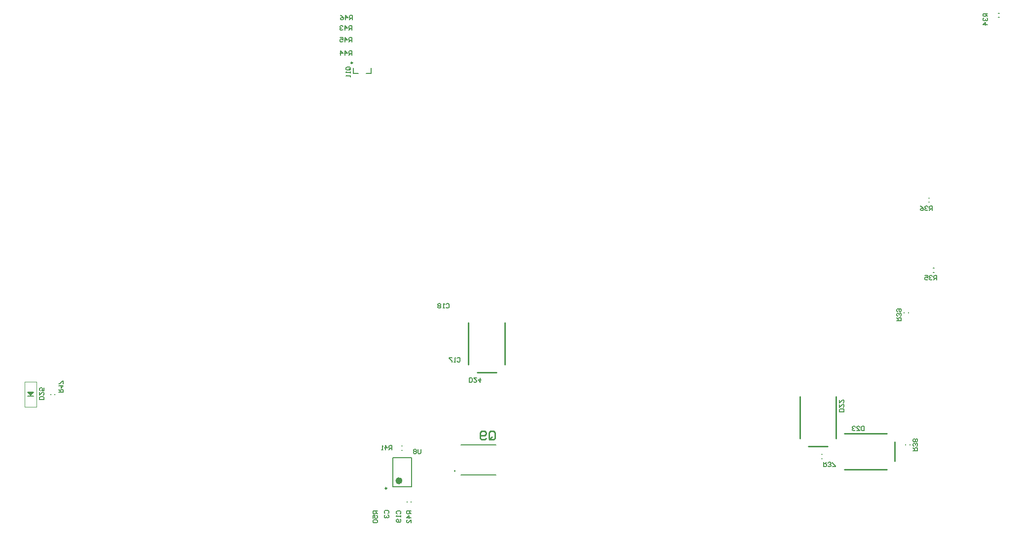
<source format=gbo>
G04*
G04 #@! TF.GenerationSoftware,Altium Limited,Altium Designer,21.8.1 (53)*
G04*
G04 Layer_Color=32896*
%FSLAX23Y23*%
%MOIN*%
G70*
G04*
G04 #@! TF.SameCoordinates,5902FB8D-61F4-4A33-80A6-77BEAA8E0702*
G04*
G04*
G04 #@! TF.FilePolarity,Positive*
G04*
G01*
G75*
%ADD10C,0.008*%
%ADD12C,0.010*%
%ADD13C,0.006*%
%ADD14C,0.024*%
%ADD15C,0.010*%
%ADD17C,0.007*%
%ADD152C,0.004*%
D10*
X7251Y3286D02*
X7255D01*
X7251Y3314D02*
X7255D01*
X7283Y2811D02*
X7287D01*
X7283Y2839D02*
X7287D01*
X7114Y2538D02*
Y2542D01*
X7086Y2538D02*
Y2542D01*
X1349Y1983D02*
Y1987D01*
X1321Y1983D02*
Y1987D01*
X1179Y1989D02*
X1191D01*
X1185Y1979D02*
X1205Y1999D01*
X1165D02*
X1185Y1979D01*
X1165Y1999D02*
X1205D01*
X1173Y1995D02*
X1197D01*
X1165Y1975D02*
X1205D01*
X7723Y4564D02*
X7727D01*
X7723Y4536D02*
X7727D01*
X7124Y1643D02*
Y1647D01*
X7096Y1643D02*
Y1647D01*
X6528Y1580D02*
X6532D01*
X6528Y1552D02*
X6532D01*
X3633Y1361D02*
Y1558D01*
X3759Y1361D02*
Y1558D01*
X3633Y1361D02*
X3759D01*
X3633Y1558D02*
X3759D01*
X3727Y1258D02*
Y1262D01*
X3755Y1258D02*
Y1262D01*
X3691Y1608D02*
X3695D01*
X3691Y1636D02*
X3695D01*
X3453Y4157D02*
X3484D01*
Y4193D01*
X3366Y4157D02*
X3397D01*
X3366D02*
Y4193D01*
D12*
X3590Y1350D02*
G03*
X3590Y1350I-5J0D01*
G01*
X3359Y4229D02*
G03*
X3359Y4229I-5J0D01*
G01*
D13*
X4052Y1467D02*
G03*
X4052Y1467I-3J0D01*
G01*
X4091Y1439D02*
X4329D01*
X4091Y1645D02*
X4329D01*
X4148Y2068D02*
Y2098D01*
X4162D01*
X4167Y2093D01*
Y2073D01*
X4162Y2068D01*
X4148D01*
X4197Y2098D02*
X4177D01*
X4197Y2078D01*
Y2073D01*
X4192Y2068D01*
X4182D01*
X4177Y2073D01*
X4222Y2098D02*
Y2068D01*
X4207Y2083D01*
X4227D01*
X6815Y1770D02*
Y1740D01*
X6800D01*
X6795Y1745D01*
Y1765D01*
X6800Y1770D01*
X6815D01*
X6765Y1740D02*
X6785D01*
X6765Y1760D01*
Y1765D01*
X6770Y1770D01*
X6780D01*
X6785Y1765D01*
X6755D02*
X6750Y1770D01*
X6740D01*
X6735Y1765D01*
Y1760D01*
X6740Y1755D01*
X6745D01*
X6740D01*
X6735Y1750D01*
Y1745D01*
X6740Y1740D01*
X6750D01*
X6755Y1745D01*
X3354Y4370D02*
Y4400D01*
X3339D01*
X3334Y4395D01*
Y4385D01*
X3339Y4380D01*
X3354D01*
X3344D02*
X3334Y4370D01*
X3309D02*
Y4400D01*
X3324Y4385D01*
X3304D01*
X3274Y4400D02*
X3294D01*
Y4385D01*
X3284Y4390D01*
X3279D01*
X3274Y4385D01*
Y4375D01*
X3279Y4370D01*
X3289D01*
X3294Y4375D01*
X3625Y1610D02*
Y1640D01*
X3610D01*
X3605Y1635D01*
Y1625D01*
X3610Y1620D01*
X3625D01*
X3615D02*
X3605Y1610D01*
X3580D02*
Y1640D01*
X3595Y1625D01*
X3575D01*
X3565Y1610D02*
X3555D01*
X3560D01*
Y1640D01*
X3565Y1635D01*
X1375Y1999D02*
X1405D01*
Y2013D01*
X1400Y2018D01*
X1390D01*
X1385Y2013D01*
Y1999D01*
Y2009D02*
X1375Y2018D01*
Y2043D02*
X1405D01*
X1390Y2028D01*
Y2048D01*
X1405Y2058D02*
Y2078D01*
X1400D01*
X1380Y2058D01*
X1375D01*
X1275Y1950D02*
X1245D01*
Y1965D01*
X1250Y1970D01*
X1270D01*
X1275Y1965D01*
Y1950D01*
X1245Y2000D02*
Y1980D01*
X1265Y2000D01*
X1270D01*
X1275Y1995D01*
Y1985D01*
X1270Y1980D01*
X1275Y2030D02*
Y2010D01*
X1260D01*
X1265Y2020D01*
Y2025D01*
X1260Y2030D01*
X1250D01*
X1245Y2025D01*
Y2015D01*
X1250Y2010D01*
X3820Y1614D02*
Y1589D01*
X3815Y1584D01*
X3805D01*
X3800Y1589D01*
Y1614D01*
X3790Y1609D02*
X3785Y1614D01*
X3775D01*
X3770Y1609D01*
Y1604D01*
X3775Y1599D01*
X3770Y1594D01*
Y1589D01*
X3775Y1584D01*
X3785D01*
X3790Y1589D01*
Y1594D01*
X3785Y1599D01*
X3790Y1604D01*
Y1609D01*
X3785Y1599D02*
X3775D01*
X6540Y1526D02*
Y1496D01*
X6555D01*
X6560Y1501D01*
Y1511D01*
X6555Y1516D01*
X6540D01*
X6550D02*
X6560Y1526D01*
X6570Y1501D02*
X6575Y1496D01*
X6585D01*
X6590Y1501D01*
Y1506D01*
X6585Y1511D01*
X6580D01*
X6585D01*
X6590Y1516D01*
Y1521D01*
X6585Y1526D01*
X6575D01*
X6570Y1521D01*
X6600Y1496D02*
X6620D01*
Y1501D01*
X6600Y1521D01*
Y1526D01*
X7145Y1605D02*
X7175D01*
Y1620D01*
X7170Y1625D01*
X7160D01*
X7155Y1620D01*
Y1605D01*
Y1615D02*
X7145Y1625D01*
X7170Y1635D02*
X7175Y1640D01*
Y1650D01*
X7170Y1655D01*
X7165D01*
X7160Y1650D01*
Y1645D01*
Y1650D01*
X7155Y1655D01*
X7150D01*
X7145Y1650D01*
Y1640D01*
X7150Y1635D01*
X7170Y1665D02*
X7175Y1670D01*
Y1680D01*
X7170Y1685D01*
X7165D01*
X7160Y1680D01*
X7155Y1685D01*
X7150D01*
X7145Y1680D01*
Y1670D01*
X7150Y1665D01*
X7155D01*
X7160Y1670D01*
X7165Y1665D01*
X7170D01*
X7160Y1670D02*
Y1680D01*
X7035Y2485D02*
X7065D01*
Y2500D01*
X7060Y2505D01*
X7050D01*
X7045Y2500D01*
Y2485D01*
Y2495D02*
X7035Y2505D01*
X7060Y2515D02*
X7065Y2520D01*
Y2530D01*
X7060Y2535D01*
X7055D01*
X7050Y2530D01*
Y2525D01*
Y2530D01*
X7045Y2535D01*
X7040D01*
X7035Y2530D01*
Y2520D01*
X7040Y2515D01*
Y2545D02*
X7035Y2550D01*
Y2560D01*
X7040Y2565D01*
X7060D01*
X7065Y2560D01*
Y2550D01*
X7060Y2545D01*
X7055D01*
X7050Y2550D01*
Y2565D01*
X7305Y2760D02*
Y2790D01*
X7290D01*
X7285Y2785D01*
Y2775D01*
X7290Y2770D01*
X7305D01*
X7295D02*
X7285Y2760D01*
X7275Y2785D02*
X7270Y2790D01*
X7260D01*
X7255Y2785D01*
Y2780D01*
X7260Y2775D01*
X7265D01*
X7260D01*
X7255Y2770D01*
Y2765D01*
X7260Y2760D01*
X7270D01*
X7275Y2765D01*
X7225Y2790D02*
X7245D01*
Y2775D01*
X7235Y2780D01*
X7230D01*
X7225Y2775D01*
Y2765D01*
X7230Y2760D01*
X7240D01*
X7245Y2765D01*
X7275Y3230D02*
Y3260D01*
X7260D01*
X7255Y3255D01*
Y3245D01*
X7260Y3240D01*
X7275D01*
X7265D02*
X7255Y3230D01*
X7245Y3255D02*
X7240Y3260D01*
X7230D01*
X7225Y3255D01*
Y3250D01*
X7230Y3245D01*
X7235D01*
X7230D01*
X7225Y3240D01*
Y3235D01*
X7230Y3230D01*
X7240D01*
X7245Y3235D01*
X7195Y3260D02*
X7205Y3255D01*
X7215Y3245D01*
Y3235D01*
X7210Y3230D01*
X7200D01*
X7195Y3235D01*
Y3240D01*
X7200Y3245D01*
X7215D01*
X7648Y4562D02*
X7619D01*
Y4548D01*
X7624Y4543D01*
X7634D01*
X7639Y4548D01*
Y4562D01*
Y4553D02*
X7648Y4543D01*
X7624Y4533D02*
X7619Y4528D01*
Y4518D01*
X7624Y4513D01*
X7629D01*
X7634Y4518D01*
Y4523D01*
Y4518D01*
X7639Y4513D01*
X7644D01*
X7648Y4518D01*
Y4528D01*
X7644Y4533D01*
X7648Y4488D02*
X7619D01*
X7634Y4503D01*
Y4483D01*
X3354Y4280D02*
Y4310D01*
X3339D01*
X3334Y4305D01*
Y4295D01*
X3339Y4290D01*
X3354D01*
X3344D02*
X3334Y4280D01*
X3309D02*
Y4310D01*
X3324Y4295D01*
X3304D01*
X3279Y4280D02*
Y4310D01*
X3294Y4295D01*
X3274D01*
X3358Y4520D02*
Y4550D01*
X3343D01*
X3338Y4545D01*
Y4535D01*
X3343Y4530D01*
X3358D01*
X3348D02*
X3338Y4520D01*
X3313D02*
Y4550D01*
X3328Y4535D01*
X3308D01*
X3278Y4550D02*
X3288Y4545D01*
X3298Y4535D01*
Y4525D01*
X3293Y4520D01*
X3283D01*
X3278Y4525D01*
Y4530D01*
X3283Y4535D01*
X3298D01*
X3354Y4450D02*
Y4480D01*
X3339D01*
X3334Y4475D01*
Y4465D01*
X3339Y4460D01*
X3354D01*
X3344D02*
X3334Y4450D01*
X3309D02*
Y4480D01*
X3324Y4465D01*
X3304D01*
X3294Y4475D02*
X3289Y4480D01*
X3279D01*
X3274Y4475D01*
Y4470D01*
X3279Y4465D01*
X3284D01*
X3279D01*
X3274Y4460D01*
Y4455D01*
X3279Y4450D01*
X3289D01*
X3294Y4455D01*
X3755Y1197D02*
X3725D01*
Y1182D01*
X3730Y1177D01*
X3740D01*
X3745Y1182D01*
Y1197D01*
Y1187D02*
X3755Y1177D01*
Y1152D02*
X3725D01*
X3740Y1167D01*
Y1147D01*
X3755Y1117D02*
Y1137D01*
X3735Y1117D01*
X3730D01*
X3725Y1122D01*
Y1132D01*
X3730Y1137D01*
X3340Y4180D02*
X3320D01*
X3315Y4185D01*
Y4195D01*
X3320Y4200D01*
X3340D01*
X3345Y4195D01*
Y4185D01*
X3335Y4190D02*
X3345Y4180D01*
Y4185D02*
X3340Y4180D01*
X3345Y4170D02*
Y4160D01*
Y4165D01*
X3315D01*
X3320Y4170D01*
X3345Y4145D02*
Y4135D01*
Y4140D01*
X3315D01*
X3320Y4145D01*
X6679Y1868D02*
X6649D01*
Y1883D01*
X6654Y1888D01*
X6674D01*
X6679Y1883D01*
Y1868D01*
X6649Y1918D02*
Y1898D01*
X6669Y1918D01*
X6674D01*
X6679Y1913D01*
Y1903D01*
X6674Y1898D01*
X6649Y1948D02*
Y1928D01*
X6669Y1948D01*
X6674D01*
X6679Y1943D01*
Y1933D01*
X6674Y1928D01*
X4065Y2230D02*
X4070Y2235D01*
X4080D01*
X4085Y2230D01*
Y2210D01*
X4080Y2205D01*
X4070D01*
X4065Y2210D01*
X4055Y2205D02*
X4045D01*
X4050D01*
Y2235D01*
X4055Y2230D01*
X4030Y2235D02*
X4010D01*
Y2230D01*
X4030Y2210D01*
Y2205D01*
X3990Y2595D02*
X3995Y2600D01*
X4005D01*
X4010Y2595D01*
Y2575D01*
X4005Y2570D01*
X3995D01*
X3990Y2575D01*
X3980Y2570D02*
X3970D01*
X3975D01*
Y2600D01*
X3980Y2595D01*
X3955D02*
X3950Y2600D01*
X3940D01*
X3935Y2595D01*
Y2590D01*
X3940Y2585D01*
X3935Y2580D01*
Y2575D01*
X3940Y2570D01*
X3950D01*
X3955Y2575D01*
Y2580D01*
X3950Y2585D01*
X3955Y2590D01*
Y2595D01*
X3950Y2585D02*
X3940D01*
X3660Y1177D02*
X3655Y1182D01*
Y1192D01*
X3660Y1197D01*
X3680D01*
X3685Y1192D01*
Y1182D01*
X3680Y1177D01*
X3685Y1167D02*
Y1157D01*
Y1162D01*
X3655D01*
X3660Y1167D01*
X3680Y1142D02*
X3685Y1137D01*
Y1127D01*
X3680Y1122D01*
X3660D01*
X3655Y1127D01*
Y1137D01*
X3660Y1142D01*
X3665D01*
X3670Y1137D01*
Y1122D01*
D14*
X3685Y1401D02*
G03*
X3685Y1401I-12J0D01*
G01*
D15*
X6626Y1686D02*
Y1970D01*
X6439Y1633D02*
X6569D01*
X6382Y1686D02*
Y1970D01*
X4387Y2186D02*
Y2470D01*
X4200Y2133D02*
X4330D01*
X4143Y2186D02*
Y2470D01*
X6683Y1478D02*
X6967D01*
X7020Y1535D02*
Y1665D01*
X6683Y1722D02*
X6967D01*
X4283Y1688D02*
Y1728D01*
X4293Y1738D01*
X4313D01*
X4323Y1728D01*
Y1688D01*
X4313Y1679D01*
X4293D01*
X4303Y1698D02*
X4283Y1679D01*
X4293D02*
X4283Y1688D01*
X4263D02*
X4253Y1679D01*
X4233D01*
X4223Y1688D01*
Y1728D01*
X4233Y1738D01*
X4253D01*
X4263Y1728D01*
Y1718D01*
X4253Y1708D01*
X4223D01*
D17*
X3528Y1197D02*
X3498D01*
Y1182D01*
X3503Y1177D01*
X3513D01*
X3518Y1182D01*
Y1197D01*
Y1187D02*
X3528Y1177D01*
X3498Y1147D02*
Y1167D01*
X3513D01*
X3508Y1157D01*
Y1152D01*
X3513Y1147D01*
X3523D01*
X3528Y1152D01*
Y1162D01*
X3523Y1167D01*
X3503Y1137D02*
X3498Y1132D01*
Y1122D01*
X3503Y1117D01*
X3523D01*
X3528Y1122D01*
Y1132D01*
X3523Y1137D01*
X3503D01*
X3579Y1180D02*
X3574Y1185D01*
Y1195D01*
X3579Y1200D01*
X3599D01*
X3604Y1195D01*
Y1185D01*
X3599Y1180D01*
X3579Y1170D02*
X3574Y1165D01*
Y1155D01*
X3579Y1150D01*
X3584D01*
X3589Y1155D01*
Y1160D01*
Y1155D01*
X3594Y1150D01*
X3599D01*
X3604Y1155D01*
Y1165D01*
X3599Y1170D01*
D152*
X1145Y1900D02*
Y2070D01*
X1225D01*
Y1900D02*
Y2070D01*
X1145Y1900D02*
X1225D01*
M02*

</source>
